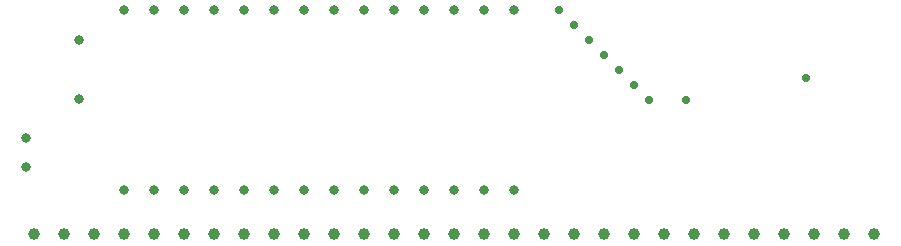
<source format=gbr>
%TF.GenerationSoftware,KiCad,Pcbnew,5.1.10*%
%TF.CreationDate,2021-12-04T10:07:28+01:00*%
%TF.ProjectId,Speichermodul_VRAM,53706569-6368-4657-926d-6f64756c5f56,1*%
%TF.SameCoordinates,Original*%
%TF.FileFunction,Plated,1,2,PTH,Drill*%
%TF.FilePolarity,Positive*%
%FSLAX46Y46*%
G04 Gerber Fmt 4.6, Leading zero omitted, Abs format (unit mm)*
G04 Created by KiCad (PCBNEW 5.1.10) date 2021-12-04 10:07:28*
%MOMM*%
%LPD*%
G01*
G04 APERTURE LIST*
%TA.AperFunction,ViaDrill*%
%ADD10C,0.700000*%
%TD*%
%TA.AperFunction,ComponentDrill*%
%ADD11C,0.800000*%
%TD*%
%TA.AperFunction,ComponentDrill*%
%ADD12C,1.000000*%
%TD*%
G04 APERTURE END LIST*
D10*
X161925000Y-116205000D03*
X163195000Y-117475000D03*
X164465000Y-118745000D03*
X165735000Y-120015000D03*
X167005000Y-121285000D03*
X168275000Y-122555000D03*
X169545000Y-123825000D03*
X172720000Y-123825000D03*
X182880000Y-121920000D03*
D11*
%TO.C,C5*%
X116840000Y-127000000D03*
X116840000Y-129500000D03*
%TO.C,C3*%
X121285000Y-118745000D03*
X121285000Y-123745000D03*
%TO.C,U3*%
X125095000Y-116205000D03*
X125095000Y-131445000D03*
X127635000Y-116205000D03*
X127635000Y-131445000D03*
X130175000Y-116205000D03*
X130175000Y-131445000D03*
X132715000Y-116205000D03*
X132715000Y-131445000D03*
X135255000Y-116205000D03*
X135255000Y-131445000D03*
X137795000Y-116205000D03*
X137795000Y-131445000D03*
X140335000Y-116205000D03*
X140335000Y-131445000D03*
X142875000Y-116205000D03*
X142875000Y-131445000D03*
X145415000Y-116205000D03*
X145415000Y-131445000D03*
X147955000Y-116205000D03*
X147955000Y-131445000D03*
X150495000Y-116205000D03*
X150495000Y-131445000D03*
X153035000Y-116205000D03*
X153035000Y-131445000D03*
X155575000Y-116205000D03*
X155575000Y-131445000D03*
X158115000Y-116205000D03*
X158115000Y-131445000D03*
D12*
%TO.C,X10*%
X117470000Y-135160000D03*
X120010000Y-135160000D03*
X122550000Y-135160000D03*
X125090000Y-135160000D03*
X127630000Y-135160000D03*
X130170000Y-135160000D03*
X132710000Y-135160000D03*
X135250000Y-135160000D03*
X137790000Y-135160000D03*
X140330000Y-135160000D03*
X142870000Y-135160000D03*
X145410000Y-135160000D03*
X147950000Y-135160000D03*
X150490000Y-135160000D03*
X153030000Y-135160000D03*
X155570000Y-135160000D03*
X158110000Y-135160000D03*
X160650000Y-135160000D03*
X163190000Y-135160000D03*
X165730000Y-135160000D03*
X168270000Y-135160000D03*
X170810000Y-135160000D03*
X173350000Y-135160000D03*
X175890000Y-135160000D03*
X178430000Y-135160000D03*
X180970000Y-135160000D03*
X183510000Y-135160000D03*
X186050000Y-135160000D03*
X188590000Y-135160000D03*
M02*

</source>
